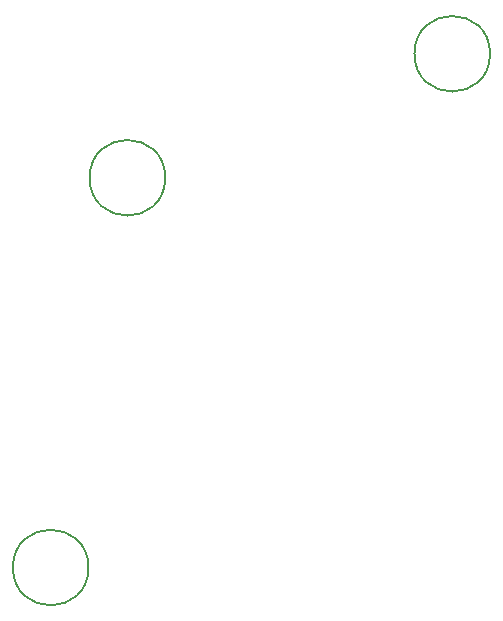
<source format=gbr>
%TF.GenerationSoftware,KiCad,Pcbnew,(6.0.5)*%
%TF.CreationDate,2022-06-06T15:53:17-04:00*%
%TF.ProjectId,NoU2,4e6f5532-2e6b-4696-9361-645f70636258,rev?*%
%TF.SameCoordinates,Original*%
%TF.FileFunction,Other,Comment*%
%FSLAX46Y46*%
G04 Gerber Fmt 4.6, Leading zero omitted, Abs format (unit mm)*
G04 Created by KiCad (PCBNEW (6.0.5)) date 2022-06-06 15:53:17*
%MOMM*%
%LPD*%
G01*
G04 APERTURE LIST*
%ADD10C,0.150000*%
G04 APERTURE END LIST*
D10*
%TO.C,REF\u002A\u002A*%
X106700000Y-147000000D02*
G75*
G03*
X106700000Y-147000000I-3200000J0D01*
G01*
X140700000Y-103500000D02*
G75*
G03*
X140700000Y-103500000I-3200000J0D01*
G01*
X113200000Y-114000000D02*
G75*
G03*
X113200000Y-114000000I-3200000J0D01*
G01*
%TD*%
M02*

</source>
